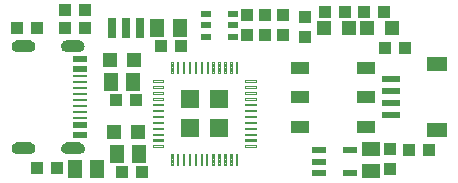
<source format=gbr>
G04 EAGLE Gerber RS-274X export*
G75*
%MOMM*%
%FSLAX34Y34*%
%LPD*%
%INSolderpaste Top*%
%IPPOS*%
%AMOC8*
5,1,8,0,0,1.08239X$1,22.5*%
G01*
%ADD10C,0.115000*%
%ADD11R,1.500000X1.500000*%
%ADD12R,0.700000X1.700000*%
%ADD13R,1.240000X1.500000*%
%ADD14R,1.000000X1.075000*%
%ADD15R,1.200000X1.300000*%
%ADD16R,1.075000X1.000000*%
%ADD17R,0.900000X0.600000*%
%ADD18R,1.200000X1.200000*%
%ADD19R,1.150000X0.575000*%
%ADD20R,1.150000X0.275000*%
%ADD21R,1.550000X0.600000*%
%ADD22R,1.800000X1.200000*%
%ADD23R,1.500000X1.240000*%
%ADD24R,1.200000X0.550000*%
%ADD25R,1.500000X1.000000*%

G36*
X66548Y152649D02*
X66548Y152649D01*
X66549Y152649D01*
X67622Y152770D01*
X67623Y152771D01*
X67624Y152770D01*
X68644Y153127D01*
X68644Y153128D01*
X68645Y153128D01*
X69560Y153703D01*
X69561Y153703D01*
X70325Y154468D01*
X70900Y155383D01*
X70900Y155384D01*
X70901Y155384D01*
X71258Y156404D01*
X71258Y156405D01*
X71257Y156405D01*
X71258Y156406D01*
X71258Y156410D01*
X71259Y156415D01*
X71260Y156420D01*
X71262Y156440D01*
X71262Y156444D01*
X71262Y156445D01*
X71263Y156449D01*
X71263Y156450D01*
X71263Y156454D01*
X71264Y156459D01*
X71265Y156464D01*
X71265Y156469D01*
X71266Y156474D01*
X71266Y156479D01*
X71268Y156499D01*
X71269Y156499D01*
X71269Y156504D01*
X71270Y156509D01*
X71270Y156514D01*
X71271Y156519D01*
X71271Y156524D01*
X71272Y156529D01*
X71272Y156534D01*
X71273Y156539D01*
X71275Y156559D01*
X71276Y156564D01*
X71276Y156569D01*
X71277Y156574D01*
X71277Y156579D01*
X71278Y156584D01*
X71279Y156589D01*
X71279Y156594D01*
X71282Y156618D01*
X71282Y156623D01*
X71283Y156623D01*
X71282Y156623D01*
X71283Y156628D01*
X71284Y156633D01*
X71284Y156638D01*
X71285Y156643D01*
X71285Y156648D01*
X71286Y156653D01*
X71289Y156678D01*
X71289Y156683D01*
X71290Y156688D01*
X71290Y156693D01*
X71291Y156698D01*
X71291Y156703D01*
X71292Y156708D01*
X71293Y156713D01*
X71295Y156733D01*
X71295Y156738D01*
X71296Y156743D01*
X71296Y156748D01*
X71297Y156748D01*
X71296Y156748D01*
X71297Y156753D01*
X71298Y156758D01*
X71298Y156762D01*
X71298Y156763D01*
X71299Y156767D01*
X71299Y156768D01*
X71299Y156772D01*
X71302Y156792D01*
X71302Y156797D01*
X71303Y156802D01*
X71303Y156807D01*
X71304Y156812D01*
X71304Y156817D01*
X71305Y156822D01*
X71305Y156827D01*
X71306Y156832D01*
X71308Y156852D01*
X71309Y156857D01*
X71309Y156862D01*
X71310Y156867D01*
X71310Y156872D01*
X71311Y156872D01*
X71310Y156872D01*
X71311Y156877D01*
X71312Y156882D01*
X71312Y156887D01*
X71313Y156892D01*
X71315Y156912D01*
X71316Y156917D01*
X71316Y156921D01*
X71316Y156922D01*
X71317Y156926D01*
X71317Y156927D01*
X71317Y156931D01*
X71318Y156936D01*
X71318Y156941D01*
X71319Y156946D01*
X71322Y156971D01*
X71322Y156976D01*
X71323Y156981D01*
X71323Y156986D01*
X71324Y156991D01*
X71324Y156996D01*
X71325Y156996D01*
X71324Y156996D01*
X71325Y157001D01*
X71326Y157006D01*
X71328Y157031D01*
X71329Y157036D01*
X71330Y157041D01*
X71330Y157046D01*
X71331Y157051D01*
X71331Y157056D01*
X71332Y157061D01*
X71332Y157066D01*
X71335Y157085D01*
X71335Y157086D01*
X71335Y157090D01*
X71336Y157095D01*
X71336Y157100D01*
X71337Y157105D01*
X71337Y157110D01*
X71338Y157115D01*
X71338Y157120D01*
X71339Y157120D01*
X71338Y157120D01*
X71339Y157125D01*
X71341Y157145D01*
X71342Y157150D01*
X71342Y157155D01*
X71343Y157160D01*
X71344Y157165D01*
X71344Y157170D01*
X71345Y157175D01*
X71345Y157180D01*
X71346Y157185D01*
X71348Y157205D01*
X71349Y157210D01*
X71349Y157215D01*
X71350Y157220D01*
X71350Y157225D01*
X71351Y157230D01*
X71351Y157235D01*
X71352Y157239D01*
X71352Y157240D01*
X71352Y157244D01*
X71353Y157244D01*
X71352Y157245D01*
X71355Y157264D01*
X71355Y157269D01*
X71356Y157274D01*
X71356Y157279D01*
X71357Y157284D01*
X71358Y157289D01*
X71358Y157294D01*
X71359Y157299D01*
X71361Y157324D01*
X71362Y157329D01*
X71363Y157334D01*
X71363Y157339D01*
X71364Y157344D01*
X71364Y157349D01*
X71365Y157354D01*
X71365Y157359D01*
X71368Y157384D01*
X71369Y157389D01*
X71369Y157394D01*
X71370Y157398D01*
X71370Y157399D01*
X71370Y157403D01*
X71370Y157404D01*
X71371Y157408D01*
X71372Y157413D01*
X71372Y157418D01*
X71374Y157438D01*
X71375Y157443D01*
X71375Y157448D01*
X71376Y157453D01*
X71377Y157458D01*
X71377Y157463D01*
X71378Y157468D01*
X71378Y157473D01*
X71379Y157478D01*
X71379Y157479D01*
X71379Y157480D01*
X71379Y157481D01*
X71252Y158611D01*
X71251Y158611D01*
X71251Y158612D01*
X70876Y159686D01*
X70875Y159686D01*
X70875Y159687D01*
X70270Y160650D01*
X70269Y160650D01*
X70269Y160651D01*
X69465Y161455D01*
X69464Y161455D01*
X69464Y161456D01*
X68501Y162061D01*
X68500Y162061D01*
X68500Y162062D01*
X67426Y162437D01*
X67425Y162437D01*
X67425Y162438D01*
X66295Y162565D01*
X66294Y162565D01*
X56642Y162565D01*
X56641Y162565D01*
X56392Y162537D01*
X56348Y162532D01*
X56304Y162527D01*
X56260Y162522D01*
X55731Y162462D01*
X55687Y162457D01*
X55643Y162452D01*
X55642Y162452D01*
X55598Y162447D01*
X55511Y162438D01*
X55511Y162437D01*
X55510Y162437D01*
X54436Y162062D01*
X54436Y162061D01*
X54435Y162061D01*
X53472Y161456D01*
X53472Y161455D01*
X53471Y161455D01*
X52667Y160651D01*
X52667Y160650D01*
X52666Y160650D01*
X52061Y159687D01*
X52061Y159686D01*
X52060Y159686D01*
X51685Y158612D01*
X51685Y158611D01*
X51684Y158611D01*
X51682Y158592D01*
X51682Y158587D01*
X51681Y158582D01*
X51681Y158577D01*
X51680Y158572D01*
X51680Y158567D01*
X51679Y158562D01*
X51678Y158558D01*
X51678Y158557D01*
X51678Y158553D01*
X51678Y158552D01*
X51676Y158533D01*
X51675Y158528D01*
X51675Y158523D01*
X51674Y158523D01*
X51675Y158523D01*
X51674Y158518D01*
X51673Y158513D01*
X51673Y158508D01*
X51672Y158503D01*
X51672Y158498D01*
X51671Y158493D01*
X51669Y158473D01*
X51668Y158468D01*
X51668Y158463D01*
X51667Y158458D01*
X51667Y158453D01*
X51666Y158448D01*
X51666Y158443D01*
X51665Y158438D01*
X51664Y158433D01*
X51662Y158413D01*
X51662Y158408D01*
X51661Y158403D01*
X51661Y158399D01*
X51660Y158398D01*
X51661Y158398D01*
X51660Y158394D01*
X51660Y158393D01*
X51659Y158389D01*
X51659Y158384D01*
X51658Y158379D01*
X51658Y158374D01*
X51655Y158354D01*
X51655Y158349D01*
X51654Y158344D01*
X51654Y158339D01*
X51653Y158334D01*
X51653Y158329D01*
X51652Y158324D01*
X51652Y158319D01*
X51651Y158314D01*
X51649Y158294D01*
X51648Y158289D01*
X51648Y158284D01*
X51647Y158279D01*
X51647Y158274D01*
X51646Y158274D01*
X51647Y158274D01*
X51646Y158269D01*
X51645Y158264D01*
X51645Y158259D01*
X51644Y158254D01*
X51642Y158235D01*
X51642Y158234D01*
X51641Y158230D01*
X51641Y158225D01*
X51640Y158220D01*
X51640Y158215D01*
X51639Y158210D01*
X51639Y158205D01*
X51638Y158200D01*
X51638Y158195D01*
X51635Y158175D01*
X51635Y158170D01*
X51634Y158165D01*
X51634Y158160D01*
X51633Y158155D01*
X51633Y158150D01*
X51632Y158150D01*
X51633Y158150D01*
X51632Y158145D01*
X51631Y158140D01*
X51631Y158135D01*
X51629Y158115D01*
X51628Y158110D01*
X51627Y158105D01*
X51627Y158100D01*
X51626Y158095D01*
X51626Y158090D01*
X51625Y158085D01*
X51625Y158081D01*
X51625Y158080D01*
X51624Y158076D01*
X51624Y158075D01*
X51622Y158056D01*
X51621Y158051D01*
X51621Y158046D01*
X51620Y158041D01*
X51620Y158036D01*
X51619Y158031D01*
X51619Y158026D01*
X51618Y158026D01*
X51619Y158026D01*
X51618Y158021D01*
X51617Y158016D01*
X51615Y157996D01*
X51615Y157991D01*
X51614Y157986D01*
X51613Y157981D01*
X51613Y157976D01*
X51612Y157971D01*
X51612Y157966D01*
X51611Y157961D01*
X51608Y157936D01*
X51608Y157931D01*
X51607Y157926D01*
X51607Y157922D01*
X51607Y157921D01*
X51606Y157917D01*
X51606Y157916D01*
X51606Y157912D01*
X51605Y157907D01*
X51605Y157902D01*
X51604Y157902D01*
X51605Y157902D01*
X51602Y157877D01*
X51601Y157872D01*
X51601Y157867D01*
X51600Y157862D01*
X51599Y157857D01*
X51599Y157852D01*
X51598Y157847D01*
X51598Y157842D01*
X51595Y157817D01*
X51594Y157812D01*
X51594Y157807D01*
X51593Y157802D01*
X51593Y157797D01*
X51592Y157792D01*
X51592Y157787D01*
X51591Y157782D01*
X51588Y157758D01*
X51588Y157757D01*
X51588Y157753D01*
X51587Y157748D01*
X51587Y157743D01*
X51586Y157738D01*
X51585Y157733D01*
X51585Y157728D01*
X51584Y157723D01*
X51582Y157698D01*
X51581Y157693D01*
X51580Y157688D01*
X51580Y157683D01*
X51579Y157678D01*
X51579Y157673D01*
X51578Y157668D01*
X51578Y157663D01*
X51575Y157643D01*
X51575Y157638D01*
X51574Y157633D01*
X51574Y157628D01*
X51573Y157623D01*
X51573Y157618D01*
X51572Y157613D01*
X51571Y157608D01*
X51571Y157604D01*
X51571Y157603D01*
X51569Y157584D01*
X51568Y157579D01*
X51568Y157574D01*
X51567Y157569D01*
X51566Y157564D01*
X51566Y157559D01*
X51565Y157554D01*
X51565Y157549D01*
X51564Y157544D01*
X51562Y157524D01*
X51561Y157519D01*
X51561Y157514D01*
X51560Y157509D01*
X51560Y157504D01*
X51559Y157499D01*
X51559Y157494D01*
X51558Y157489D01*
X51557Y157484D01*
X51557Y157481D01*
X51558Y157480D01*
X51557Y157479D01*
X51678Y156406D01*
X51679Y156405D01*
X51678Y156404D01*
X52035Y155384D01*
X52036Y155384D01*
X52036Y155383D01*
X52611Y154468D01*
X53376Y153703D01*
X54291Y153128D01*
X54292Y153128D01*
X54292Y153127D01*
X55312Y152770D01*
X55313Y152771D01*
X55314Y152770D01*
X56387Y152649D01*
X56388Y152649D01*
X66548Y152649D01*
X66548Y152649D01*
G37*
G36*
X24765Y152522D02*
X24765Y152522D01*
X24766Y152522D01*
X25839Y152643D01*
X25840Y152644D01*
X25841Y152643D01*
X26861Y153000D01*
X26861Y153001D01*
X26862Y153001D01*
X27777Y153576D01*
X27778Y153576D01*
X28542Y154341D01*
X29117Y155256D01*
X29117Y155257D01*
X29118Y155257D01*
X29475Y156277D01*
X29475Y156278D01*
X29474Y156278D01*
X29475Y156279D01*
X29475Y156283D01*
X29476Y156288D01*
X29477Y156293D01*
X29479Y156313D01*
X29479Y156317D01*
X29479Y156318D01*
X29480Y156322D01*
X29480Y156323D01*
X29480Y156327D01*
X29481Y156332D01*
X29482Y156337D01*
X29482Y156342D01*
X29483Y156347D01*
X29483Y156352D01*
X29485Y156372D01*
X29486Y156372D01*
X29486Y156377D01*
X29487Y156382D01*
X29487Y156387D01*
X29488Y156392D01*
X29488Y156397D01*
X29489Y156402D01*
X29489Y156407D01*
X29490Y156412D01*
X29492Y156432D01*
X29493Y156437D01*
X29493Y156442D01*
X29494Y156447D01*
X29494Y156452D01*
X29495Y156457D01*
X29496Y156462D01*
X29496Y156467D01*
X29499Y156491D01*
X29499Y156496D01*
X29500Y156496D01*
X29499Y156496D01*
X29500Y156501D01*
X29501Y156506D01*
X29501Y156511D01*
X29502Y156516D01*
X29502Y156521D01*
X29503Y156526D01*
X29506Y156551D01*
X29506Y156556D01*
X29507Y156561D01*
X29507Y156566D01*
X29508Y156571D01*
X29508Y156576D01*
X29509Y156581D01*
X29510Y156586D01*
X29512Y156606D01*
X29512Y156611D01*
X29513Y156616D01*
X29513Y156621D01*
X29514Y156621D01*
X29513Y156621D01*
X29514Y156626D01*
X29515Y156631D01*
X29515Y156635D01*
X29515Y156636D01*
X29516Y156640D01*
X29516Y156641D01*
X29516Y156645D01*
X29519Y156665D01*
X29519Y156670D01*
X29520Y156675D01*
X29520Y156680D01*
X29521Y156685D01*
X29521Y156690D01*
X29522Y156695D01*
X29522Y156700D01*
X29523Y156705D01*
X29525Y156725D01*
X29526Y156730D01*
X29526Y156735D01*
X29527Y156740D01*
X29527Y156745D01*
X29528Y156745D01*
X29527Y156745D01*
X29528Y156750D01*
X29529Y156755D01*
X29529Y156760D01*
X29530Y156765D01*
X29532Y156785D01*
X29533Y156790D01*
X29533Y156794D01*
X29533Y156795D01*
X29534Y156799D01*
X29534Y156800D01*
X29534Y156804D01*
X29535Y156809D01*
X29535Y156814D01*
X29536Y156819D01*
X29539Y156844D01*
X29539Y156849D01*
X29540Y156854D01*
X29540Y156859D01*
X29541Y156864D01*
X29541Y156869D01*
X29542Y156869D01*
X29541Y156869D01*
X29542Y156874D01*
X29543Y156879D01*
X29545Y156904D01*
X29546Y156909D01*
X29547Y156914D01*
X29547Y156919D01*
X29548Y156924D01*
X29548Y156929D01*
X29549Y156934D01*
X29549Y156939D01*
X29552Y156958D01*
X29552Y156959D01*
X29552Y156963D01*
X29553Y156968D01*
X29553Y156973D01*
X29554Y156978D01*
X29554Y156983D01*
X29555Y156988D01*
X29555Y156993D01*
X29556Y156993D01*
X29555Y156993D01*
X29556Y156998D01*
X29558Y157018D01*
X29559Y157023D01*
X29559Y157028D01*
X29560Y157033D01*
X29561Y157038D01*
X29561Y157043D01*
X29562Y157048D01*
X29562Y157053D01*
X29563Y157058D01*
X29565Y157078D01*
X29566Y157083D01*
X29566Y157088D01*
X29567Y157093D01*
X29567Y157098D01*
X29568Y157103D01*
X29568Y157108D01*
X29569Y157112D01*
X29569Y157113D01*
X29569Y157117D01*
X29570Y157117D01*
X29569Y157118D01*
X29572Y157137D01*
X29572Y157142D01*
X29573Y157147D01*
X29573Y157152D01*
X29574Y157157D01*
X29575Y157162D01*
X29575Y157167D01*
X29576Y157172D01*
X29578Y157197D01*
X29579Y157202D01*
X29580Y157207D01*
X29580Y157212D01*
X29581Y157217D01*
X29581Y157222D01*
X29582Y157227D01*
X29582Y157232D01*
X29585Y157257D01*
X29586Y157262D01*
X29586Y157267D01*
X29587Y157271D01*
X29587Y157272D01*
X29587Y157276D01*
X29587Y157277D01*
X29588Y157281D01*
X29589Y157286D01*
X29589Y157291D01*
X29591Y157311D01*
X29592Y157316D01*
X29592Y157321D01*
X29593Y157326D01*
X29594Y157331D01*
X29594Y157336D01*
X29595Y157341D01*
X29595Y157346D01*
X29596Y157351D01*
X29596Y157352D01*
X29596Y157353D01*
X29596Y157354D01*
X29469Y158484D01*
X29468Y158484D01*
X29468Y158485D01*
X29093Y159559D01*
X29092Y159559D01*
X29092Y159560D01*
X28487Y160523D01*
X28486Y160523D01*
X28486Y160524D01*
X27682Y161328D01*
X27681Y161328D01*
X27681Y161329D01*
X26718Y161934D01*
X26717Y161934D01*
X26717Y161935D01*
X25643Y162310D01*
X25642Y162310D01*
X25642Y162311D01*
X24512Y162438D01*
X24511Y162438D01*
X14859Y162438D01*
X14858Y162438D01*
X14609Y162410D01*
X14565Y162405D01*
X14521Y162400D01*
X14477Y162395D01*
X13948Y162335D01*
X13904Y162330D01*
X13860Y162325D01*
X13859Y162325D01*
X13815Y162320D01*
X13728Y162311D01*
X13728Y162310D01*
X13727Y162310D01*
X12653Y161935D01*
X12653Y161934D01*
X12652Y161934D01*
X11689Y161329D01*
X11689Y161328D01*
X11688Y161328D01*
X10884Y160524D01*
X10884Y160523D01*
X10883Y160523D01*
X10278Y159560D01*
X10278Y159559D01*
X10277Y159559D01*
X9902Y158485D01*
X9902Y158484D01*
X9901Y158484D01*
X9899Y158465D01*
X9899Y158460D01*
X9898Y158455D01*
X9898Y158450D01*
X9897Y158445D01*
X9897Y158440D01*
X9896Y158435D01*
X9895Y158431D01*
X9895Y158430D01*
X9895Y158426D01*
X9895Y158425D01*
X9893Y158406D01*
X9892Y158401D01*
X9892Y158396D01*
X9891Y158396D01*
X9892Y158396D01*
X9891Y158391D01*
X9890Y158386D01*
X9890Y158381D01*
X9889Y158376D01*
X9889Y158371D01*
X9888Y158366D01*
X9886Y158346D01*
X9885Y158341D01*
X9885Y158336D01*
X9884Y158331D01*
X9884Y158326D01*
X9883Y158321D01*
X9883Y158316D01*
X9882Y158311D01*
X9881Y158306D01*
X9879Y158286D01*
X9879Y158281D01*
X9878Y158276D01*
X9878Y158272D01*
X9877Y158271D01*
X9878Y158271D01*
X9877Y158267D01*
X9877Y158266D01*
X9876Y158262D01*
X9876Y158257D01*
X9875Y158252D01*
X9875Y158247D01*
X9872Y158227D01*
X9872Y158222D01*
X9871Y158217D01*
X9871Y158212D01*
X9870Y158207D01*
X9870Y158202D01*
X9869Y158197D01*
X9869Y158192D01*
X9868Y158187D01*
X9866Y158167D01*
X9865Y158162D01*
X9865Y158157D01*
X9864Y158152D01*
X9864Y158147D01*
X9863Y158147D01*
X9864Y158147D01*
X9863Y158142D01*
X9862Y158137D01*
X9862Y158132D01*
X9861Y158127D01*
X9859Y158108D01*
X9859Y158107D01*
X9858Y158103D01*
X9858Y158098D01*
X9857Y158093D01*
X9857Y158088D01*
X9856Y158083D01*
X9856Y158078D01*
X9855Y158073D01*
X9855Y158068D01*
X9852Y158048D01*
X9852Y158043D01*
X9851Y158038D01*
X9851Y158033D01*
X9850Y158028D01*
X9850Y158023D01*
X9849Y158023D01*
X9850Y158023D01*
X9849Y158018D01*
X9848Y158013D01*
X9848Y158008D01*
X9846Y157988D01*
X9845Y157983D01*
X9844Y157978D01*
X9844Y157973D01*
X9843Y157968D01*
X9843Y157963D01*
X9842Y157958D01*
X9842Y157954D01*
X9842Y157953D01*
X9841Y157949D01*
X9841Y157948D01*
X9839Y157929D01*
X9838Y157924D01*
X9838Y157919D01*
X9837Y157914D01*
X9837Y157909D01*
X9836Y157904D01*
X9836Y157899D01*
X9835Y157899D01*
X9836Y157899D01*
X9835Y157894D01*
X9834Y157889D01*
X9832Y157869D01*
X9832Y157864D01*
X9831Y157859D01*
X9830Y157854D01*
X9830Y157849D01*
X9829Y157844D01*
X9829Y157839D01*
X9828Y157834D01*
X9825Y157809D01*
X9825Y157804D01*
X9824Y157799D01*
X9824Y157795D01*
X9824Y157794D01*
X9823Y157790D01*
X9823Y157789D01*
X9823Y157785D01*
X9822Y157780D01*
X9822Y157775D01*
X9821Y157775D01*
X9822Y157775D01*
X9819Y157750D01*
X9818Y157745D01*
X9818Y157740D01*
X9817Y157735D01*
X9816Y157730D01*
X9816Y157725D01*
X9815Y157720D01*
X9815Y157715D01*
X9812Y157690D01*
X9811Y157685D01*
X9811Y157680D01*
X9810Y157675D01*
X9810Y157670D01*
X9809Y157665D01*
X9809Y157660D01*
X9808Y157655D01*
X9805Y157631D01*
X9805Y157630D01*
X9805Y157626D01*
X9804Y157621D01*
X9804Y157616D01*
X9803Y157611D01*
X9802Y157606D01*
X9802Y157601D01*
X9801Y157596D01*
X9799Y157571D01*
X9798Y157566D01*
X9797Y157561D01*
X9797Y157556D01*
X9796Y157551D01*
X9796Y157546D01*
X9795Y157541D01*
X9795Y157536D01*
X9792Y157516D01*
X9792Y157511D01*
X9791Y157506D01*
X9791Y157501D01*
X9790Y157496D01*
X9790Y157491D01*
X9789Y157486D01*
X9788Y157481D01*
X9788Y157477D01*
X9788Y157476D01*
X9786Y157457D01*
X9785Y157452D01*
X9785Y157447D01*
X9784Y157442D01*
X9783Y157437D01*
X9783Y157432D01*
X9782Y157427D01*
X9782Y157422D01*
X9781Y157417D01*
X9779Y157397D01*
X9778Y157392D01*
X9778Y157387D01*
X9777Y157382D01*
X9777Y157377D01*
X9776Y157372D01*
X9776Y157367D01*
X9775Y157362D01*
X9774Y157357D01*
X9774Y157354D01*
X9775Y157353D01*
X9774Y157352D01*
X9895Y156279D01*
X9896Y156278D01*
X9895Y156277D01*
X10252Y155257D01*
X10253Y155257D01*
X10253Y155256D01*
X10828Y154341D01*
X11593Y153576D01*
X12508Y153001D01*
X12509Y153001D01*
X12509Y153000D01*
X13529Y152643D01*
X13530Y152644D01*
X13531Y152643D01*
X14604Y152522D01*
X14605Y152522D01*
X24765Y152522D01*
X24765Y152522D01*
G37*
G36*
X66675Y66162D02*
X66675Y66162D01*
X66676Y66162D01*
X67749Y66283D01*
X67750Y66284D01*
X67751Y66283D01*
X68771Y66640D01*
X68771Y66641D01*
X68772Y66641D01*
X69687Y67216D01*
X69688Y67216D01*
X70452Y67981D01*
X71027Y68896D01*
X71027Y68897D01*
X71028Y68897D01*
X71385Y69917D01*
X71385Y69918D01*
X71384Y69918D01*
X71385Y69919D01*
X71385Y69923D01*
X71386Y69928D01*
X71387Y69933D01*
X71389Y69953D01*
X71389Y69957D01*
X71389Y69958D01*
X71390Y69962D01*
X71390Y69963D01*
X71390Y69967D01*
X71391Y69972D01*
X71392Y69977D01*
X71392Y69982D01*
X71393Y69987D01*
X71393Y69992D01*
X71395Y70012D01*
X71396Y70012D01*
X71396Y70017D01*
X71397Y70022D01*
X71397Y70027D01*
X71398Y70032D01*
X71398Y70037D01*
X71399Y70042D01*
X71399Y70047D01*
X71400Y70052D01*
X71402Y70072D01*
X71403Y70077D01*
X71403Y70082D01*
X71404Y70087D01*
X71404Y70092D01*
X71405Y70097D01*
X71406Y70102D01*
X71406Y70107D01*
X71409Y70131D01*
X71409Y70136D01*
X71410Y70136D01*
X71409Y70136D01*
X71410Y70141D01*
X71411Y70146D01*
X71411Y70151D01*
X71412Y70156D01*
X71412Y70161D01*
X71413Y70166D01*
X71416Y70191D01*
X71416Y70196D01*
X71417Y70201D01*
X71417Y70206D01*
X71418Y70211D01*
X71418Y70216D01*
X71419Y70221D01*
X71420Y70226D01*
X71422Y70246D01*
X71422Y70251D01*
X71423Y70256D01*
X71423Y70261D01*
X71424Y70261D01*
X71423Y70261D01*
X71424Y70266D01*
X71425Y70271D01*
X71425Y70275D01*
X71425Y70276D01*
X71426Y70280D01*
X71426Y70281D01*
X71426Y70285D01*
X71429Y70305D01*
X71429Y70310D01*
X71430Y70315D01*
X71430Y70320D01*
X71431Y70325D01*
X71431Y70330D01*
X71432Y70335D01*
X71432Y70340D01*
X71433Y70345D01*
X71435Y70365D01*
X71436Y70370D01*
X71436Y70375D01*
X71437Y70380D01*
X71437Y70385D01*
X71438Y70385D01*
X71437Y70385D01*
X71438Y70390D01*
X71439Y70395D01*
X71439Y70400D01*
X71440Y70405D01*
X71442Y70425D01*
X71443Y70430D01*
X71443Y70434D01*
X71443Y70435D01*
X71444Y70439D01*
X71444Y70440D01*
X71444Y70444D01*
X71445Y70449D01*
X71445Y70454D01*
X71446Y70459D01*
X71449Y70484D01*
X71449Y70489D01*
X71450Y70494D01*
X71450Y70499D01*
X71451Y70504D01*
X71451Y70509D01*
X71452Y70509D01*
X71451Y70509D01*
X71452Y70514D01*
X71453Y70519D01*
X71455Y70544D01*
X71456Y70549D01*
X71457Y70554D01*
X71457Y70559D01*
X71458Y70564D01*
X71458Y70569D01*
X71459Y70574D01*
X71459Y70579D01*
X71462Y70598D01*
X71462Y70599D01*
X71462Y70603D01*
X71463Y70608D01*
X71463Y70613D01*
X71464Y70618D01*
X71464Y70623D01*
X71465Y70628D01*
X71465Y70633D01*
X71466Y70633D01*
X71465Y70633D01*
X71466Y70638D01*
X71468Y70658D01*
X71469Y70663D01*
X71469Y70668D01*
X71470Y70673D01*
X71471Y70678D01*
X71471Y70683D01*
X71472Y70688D01*
X71472Y70693D01*
X71473Y70698D01*
X71475Y70718D01*
X71476Y70723D01*
X71476Y70728D01*
X71477Y70733D01*
X71477Y70738D01*
X71478Y70743D01*
X71478Y70748D01*
X71479Y70752D01*
X71479Y70753D01*
X71479Y70757D01*
X71480Y70757D01*
X71479Y70758D01*
X71482Y70777D01*
X71482Y70782D01*
X71483Y70787D01*
X71483Y70792D01*
X71484Y70797D01*
X71485Y70802D01*
X71485Y70807D01*
X71486Y70812D01*
X71488Y70837D01*
X71489Y70842D01*
X71490Y70847D01*
X71490Y70852D01*
X71491Y70857D01*
X71491Y70862D01*
X71492Y70867D01*
X71492Y70872D01*
X71495Y70897D01*
X71496Y70902D01*
X71496Y70907D01*
X71497Y70911D01*
X71497Y70912D01*
X71497Y70916D01*
X71497Y70917D01*
X71498Y70921D01*
X71499Y70926D01*
X71499Y70931D01*
X71501Y70951D01*
X71502Y70956D01*
X71502Y70961D01*
X71503Y70966D01*
X71504Y70971D01*
X71504Y70976D01*
X71505Y70981D01*
X71505Y70986D01*
X71506Y70991D01*
X71506Y70992D01*
X71506Y70993D01*
X71506Y70994D01*
X71379Y72124D01*
X71378Y72124D01*
X71378Y72125D01*
X71003Y73199D01*
X71002Y73199D01*
X71002Y73200D01*
X70397Y74163D01*
X70396Y74163D01*
X70396Y74164D01*
X69592Y74968D01*
X69591Y74968D01*
X69591Y74969D01*
X68628Y75574D01*
X68627Y75574D01*
X68627Y75575D01*
X67553Y75950D01*
X67552Y75950D01*
X67552Y75951D01*
X66422Y76078D01*
X66421Y76078D01*
X56769Y76078D01*
X56768Y76078D01*
X56519Y76050D01*
X56475Y76045D01*
X56431Y76040D01*
X56387Y76035D01*
X55858Y75975D01*
X55814Y75970D01*
X55770Y75965D01*
X55769Y75965D01*
X55725Y75960D01*
X55638Y75951D01*
X55638Y75950D01*
X55637Y75950D01*
X54563Y75575D01*
X54563Y75574D01*
X54562Y75574D01*
X53599Y74969D01*
X53599Y74968D01*
X53598Y74968D01*
X52794Y74164D01*
X52794Y74163D01*
X52793Y74163D01*
X52188Y73200D01*
X52188Y73199D01*
X52187Y73199D01*
X51812Y72125D01*
X51812Y72124D01*
X51811Y72124D01*
X51809Y72105D01*
X51809Y72100D01*
X51808Y72095D01*
X51808Y72090D01*
X51807Y72085D01*
X51807Y72080D01*
X51806Y72075D01*
X51805Y72071D01*
X51805Y72070D01*
X51805Y72066D01*
X51805Y72065D01*
X51803Y72046D01*
X51802Y72041D01*
X51802Y72036D01*
X51801Y72036D01*
X51802Y72036D01*
X51801Y72031D01*
X51800Y72026D01*
X51800Y72021D01*
X51799Y72016D01*
X51799Y72011D01*
X51798Y72006D01*
X51796Y71986D01*
X51795Y71981D01*
X51795Y71976D01*
X51794Y71971D01*
X51794Y71966D01*
X51793Y71961D01*
X51793Y71956D01*
X51792Y71951D01*
X51791Y71946D01*
X51789Y71926D01*
X51789Y71921D01*
X51788Y71916D01*
X51788Y71912D01*
X51787Y71911D01*
X51788Y71911D01*
X51787Y71907D01*
X51787Y71906D01*
X51786Y71902D01*
X51786Y71897D01*
X51785Y71892D01*
X51785Y71887D01*
X51782Y71867D01*
X51782Y71862D01*
X51781Y71857D01*
X51781Y71852D01*
X51780Y71847D01*
X51780Y71842D01*
X51779Y71837D01*
X51779Y71832D01*
X51778Y71827D01*
X51776Y71807D01*
X51775Y71802D01*
X51775Y71797D01*
X51774Y71792D01*
X51774Y71787D01*
X51773Y71787D01*
X51774Y71787D01*
X51773Y71782D01*
X51772Y71777D01*
X51772Y71772D01*
X51771Y71767D01*
X51769Y71748D01*
X51769Y71747D01*
X51768Y71743D01*
X51768Y71738D01*
X51767Y71733D01*
X51767Y71728D01*
X51766Y71723D01*
X51766Y71718D01*
X51765Y71713D01*
X51765Y71708D01*
X51762Y71688D01*
X51762Y71683D01*
X51761Y71678D01*
X51761Y71673D01*
X51760Y71668D01*
X51760Y71663D01*
X51759Y71663D01*
X51760Y71663D01*
X51759Y71658D01*
X51758Y71653D01*
X51758Y71648D01*
X51756Y71628D01*
X51755Y71623D01*
X51754Y71618D01*
X51754Y71613D01*
X51753Y71608D01*
X51753Y71603D01*
X51752Y71598D01*
X51752Y71594D01*
X51752Y71593D01*
X51751Y71589D01*
X51751Y71588D01*
X51749Y71569D01*
X51748Y71564D01*
X51748Y71559D01*
X51747Y71554D01*
X51747Y71549D01*
X51746Y71544D01*
X51746Y71539D01*
X51745Y71539D01*
X51746Y71539D01*
X51745Y71534D01*
X51744Y71529D01*
X51742Y71509D01*
X51742Y71504D01*
X51741Y71499D01*
X51740Y71494D01*
X51740Y71489D01*
X51739Y71484D01*
X51739Y71479D01*
X51738Y71474D01*
X51735Y71449D01*
X51735Y71444D01*
X51734Y71439D01*
X51734Y71435D01*
X51734Y71434D01*
X51733Y71430D01*
X51733Y71429D01*
X51733Y71425D01*
X51732Y71420D01*
X51732Y71415D01*
X51731Y71415D01*
X51732Y71415D01*
X51729Y71390D01*
X51728Y71385D01*
X51728Y71380D01*
X51727Y71375D01*
X51726Y71370D01*
X51726Y71365D01*
X51725Y71360D01*
X51725Y71355D01*
X51722Y71330D01*
X51721Y71325D01*
X51721Y71320D01*
X51720Y71315D01*
X51720Y71310D01*
X51719Y71305D01*
X51719Y71300D01*
X51718Y71295D01*
X51715Y71271D01*
X51715Y71270D01*
X51715Y71266D01*
X51714Y71261D01*
X51714Y71256D01*
X51713Y71251D01*
X51712Y71246D01*
X51712Y71241D01*
X51711Y71236D01*
X51709Y71211D01*
X51708Y71206D01*
X51707Y71201D01*
X51707Y71196D01*
X51706Y71191D01*
X51706Y71186D01*
X51705Y71181D01*
X51705Y71176D01*
X51702Y71156D01*
X51702Y71151D01*
X51701Y71146D01*
X51701Y71141D01*
X51700Y71136D01*
X51700Y71131D01*
X51699Y71126D01*
X51698Y71121D01*
X51698Y71117D01*
X51698Y71116D01*
X51696Y71097D01*
X51695Y71092D01*
X51695Y71087D01*
X51694Y71082D01*
X51693Y71077D01*
X51693Y71072D01*
X51692Y71067D01*
X51692Y71062D01*
X51691Y71057D01*
X51689Y71037D01*
X51688Y71032D01*
X51688Y71027D01*
X51687Y71022D01*
X51687Y71017D01*
X51686Y71012D01*
X51686Y71007D01*
X51685Y71002D01*
X51684Y70997D01*
X51684Y70994D01*
X51685Y70993D01*
X51684Y70992D01*
X51805Y69919D01*
X51806Y69918D01*
X51805Y69917D01*
X52162Y68897D01*
X52163Y68897D01*
X52163Y68896D01*
X52738Y67981D01*
X53503Y67216D01*
X54418Y66641D01*
X54419Y66641D01*
X54419Y66640D01*
X55439Y66283D01*
X55440Y66284D01*
X55441Y66283D01*
X56514Y66162D01*
X56515Y66162D01*
X66675Y66162D01*
X66675Y66162D01*
G37*
G36*
X24765Y66162D02*
X24765Y66162D01*
X24766Y66162D01*
X25839Y66283D01*
X25840Y66284D01*
X25841Y66283D01*
X26861Y66640D01*
X26861Y66641D01*
X26862Y66641D01*
X27777Y67216D01*
X27778Y67216D01*
X28542Y67981D01*
X29117Y68896D01*
X29117Y68897D01*
X29118Y68897D01*
X29475Y69917D01*
X29475Y69918D01*
X29474Y69918D01*
X29475Y69919D01*
X29475Y69923D01*
X29476Y69928D01*
X29477Y69933D01*
X29479Y69953D01*
X29479Y69957D01*
X29479Y69958D01*
X29480Y69962D01*
X29480Y69963D01*
X29480Y69967D01*
X29481Y69972D01*
X29482Y69977D01*
X29482Y69982D01*
X29483Y69987D01*
X29483Y69992D01*
X29485Y70012D01*
X29486Y70012D01*
X29486Y70017D01*
X29487Y70022D01*
X29487Y70027D01*
X29488Y70032D01*
X29488Y70037D01*
X29489Y70042D01*
X29489Y70047D01*
X29490Y70052D01*
X29492Y70072D01*
X29493Y70077D01*
X29493Y70082D01*
X29494Y70087D01*
X29494Y70092D01*
X29495Y70097D01*
X29496Y70102D01*
X29496Y70107D01*
X29499Y70131D01*
X29499Y70136D01*
X29500Y70136D01*
X29499Y70136D01*
X29500Y70141D01*
X29501Y70146D01*
X29501Y70151D01*
X29502Y70156D01*
X29502Y70161D01*
X29503Y70166D01*
X29506Y70191D01*
X29506Y70196D01*
X29507Y70201D01*
X29507Y70206D01*
X29508Y70211D01*
X29508Y70216D01*
X29509Y70221D01*
X29510Y70226D01*
X29512Y70246D01*
X29512Y70251D01*
X29513Y70256D01*
X29513Y70261D01*
X29514Y70261D01*
X29513Y70261D01*
X29514Y70266D01*
X29515Y70271D01*
X29515Y70275D01*
X29515Y70276D01*
X29516Y70280D01*
X29516Y70281D01*
X29516Y70285D01*
X29519Y70305D01*
X29519Y70310D01*
X29520Y70315D01*
X29520Y70320D01*
X29521Y70325D01*
X29521Y70330D01*
X29522Y70335D01*
X29522Y70340D01*
X29523Y70345D01*
X29525Y70365D01*
X29526Y70370D01*
X29526Y70375D01*
X29527Y70380D01*
X29527Y70385D01*
X29528Y70385D01*
X29527Y70385D01*
X29528Y70390D01*
X29529Y70395D01*
X29529Y70400D01*
X29530Y70405D01*
X29532Y70425D01*
X29533Y70430D01*
X29533Y70434D01*
X29533Y70435D01*
X29534Y70439D01*
X29534Y70440D01*
X29534Y70444D01*
X29535Y70449D01*
X29535Y70454D01*
X29536Y70459D01*
X29539Y70484D01*
X29539Y70489D01*
X29540Y70494D01*
X29540Y70499D01*
X29541Y70504D01*
X29541Y70509D01*
X29542Y70509D01*
X29541Y70509D01*
X29542Y70514D01*
X29543Y70519D01*
X29545Y70544D01*
X29546Y70549D01*
X29547Y70554D01*
X29547Y70559D01*
X29548Y70564D01*
X29548Y70569D01*
X29549Y70574D01*
X29549Y70579D01*
X29552Y70598D01*
X29552Y70599D01*
X29552Y70603D01*
X29553Y70608D01*
X29553Y70613D01*
X29554Y70618D01*
X29554Y70623D01*
X29555Y70628D01*
X29555Y70633D01*
X29556Y70633D01*
X29555Y70633D01*
X29556Y70638D01*
X29558Y70658D01*
X29559Y70663D01*
X29559Y70668D01*
X29560Y70673D01*
X29561Y70678D01*
X29561Y70683D01*
X29562Y70688D01*
X29562Y70693D01*
X29563Y70698D01*
X29565Y70718D01*
X29566Y70723D01*
X29566Y70728D01*
X29567Y70733D01*
X29567Y70738D01*
X29568Y70743D01*
X29568Y70748D01*
X29569Y70752D01*
X29569Y70753D01*
X29569Y70757D01*
X29570Y70757D01*
X29569Y70758D01*
X29572Y70777D01*
X29572Y70782D01*
X29573Y70787D01*
X29573Y70792D01*
X29574Y70797D01*
X29575Y70802D01*
X29575Y70807D01*
X29576Y70812D01*
X29578Y70837D01*
X29579Y70842D01*
X29580Y70847D01*
X29580Y70852D01*
X29581Y70857D01*
X29581Y70862D01*
X29582Y70867D01*
X29582Y70872D01*
X29585Y70897D01*
X29586Y70902D01*
X29586Y70907D01*
X29587Y70911D01*
X29587Y70912D01*
X29587Y70916D01*
X29587Y70917D01*
X29588Y70921D01*
X29589Y70926D01*
X29589Y70931D01*
X29591Y70951D01*
X29592Y70956D01*
X29592Y70961D01*
X29593Y70966D01*
X29594Y70971D01*
X29594Y70976D01*
X29595Y70981D01*
X29595Y70986D01*
X29596Y70991D01*
X29596Y70992D01*
X29596Y70993D01*
X29596Y70994D01*
X29469Y72124D01*
X29468Y72124D01*
X29468Y72125D01*
X29093Y73199D01*
X29092Y73199D01*
X29092Y73200D01*
X28487Y74163D01*
X28486Y74163D01*
X28486Y74164D01*
X27682Y74968D01*
X27681Y74968D01*
X27681Y74969D01*
X26718Y75574D01*
X26717Y75574D01*
X26717Y75575D01*
X25643Y75950D01*
X25642Y75950D01*
X25642Y75951D01*
X24512Y76078D01*
X24511Y76078D01*
X14859Y76078D01*
X14858Y76078D01*
X14609Y76050D01*
X14565Y76045D01*
X14521Y76040D01*
X14477Y76035D01*
X13948Y75975D01*
X13904Y75970D01*
X13860Y75965D01*
X13859Y75965D01*
X13815Y75960D01*
X13728Y75951D01*
X13728Y75950D01*
X13727Y75950D01*
X12653Y75575D01*
X12653Y75574D01*
X12652Y75574D01*
X11689Y74969D01*
X11689Y74968D01*
X11688Y74968D01*
X10884Y74164D01*
X10884Y74163D01*
X10883Y74163D01*
X10278Y73200D01*
X10278Y73199D01*
X10277Y73199D01*
X9902Y72125D01*
X9902Y72124D01*
X9901Y72124D01*
X9899Y72105D01*
X9899Y72100D01*
X9898Y72095D01*
X9898Y72090D01*
X9897Y72085D01*
X9897Y72080D01*
X9896Y72075D01*
X9895Y72071D01*
X9895Y72070D01*
X9895Y72066D01*
X9895Y72065D01*
X9893Y72046D01*
X9892Y72041D01*
X9892Y72036D01*
X9891Y72036D01*
X9892Y72036D01*
X9891Y72031D01*
X9890Y72026D01*
X9890Y72021D01*
X9889Y72016D01*
X9889Y72011D01*
X9888Y72006D01*
X9886Y71986D01*
X9885Y71981D01*
X9885Y71976D01*
X9884Y71971D01*
X9884Y71966D01*
X9883Y71961D01*
X9883Y71956D01*
X9882Y71951D01*
X9881Y71946D01*
X9879Y71926D01*
X9879Y71921D01*
X9878Y71916D01*
X9878Y71912D01*
X9877Y71911D01*
X9878Y71911D01*
X9877Y71907D01*
X9877Y71906D01*
X9876Y71902D01*
X9876Y71897D01*
X9875Y71892D01*
X9875Y71887D01*
X9872Y71867D01*
X9872Y71862D01*
X9871Y71857D01*
X9871Y71852D01*
X9870Y71847D01*
X9870Y71842D01*
X9869Y71837D01*
X9869Y71832D01*
X9868Y71827D01*
X9866Y71807D01*
X9865Y71802D01*
X9865Y71797D01*
X9864Y71792D01*
X9864Y71787D01*
X9863Y71787D01*
X9864Y71787D01*
X9863Y71782D01*
X9862Y71777D01*
X9862Y71772D01*
X9861Y71767D01*
X9859Y71748D01*
X9859Y71747D01*
X9858Y71743D01*
X9858Y71738D01*
X9857Y71733D01*
X9857Y71728D01*
X9856Y71723D01*
X9856Y71718D01*
X9855Y71713D01*
X9855Y71708D01*
X9852Y71688D01*
X9852Y71683D01*
X9851Y71678D01*
X9851Y71673D01*
X9850Y71668D01*
X9850Y71663D01*
X9849Y71663D01*
X9850Y71663D01*
X9849Y71658D01*
X9848Y71653D01*
X9848Y71648D01*
X9846Y71628D01*
X9845Y71623D01*
X9844Y71618D01*
X9844Y71613D01*
X9843Y71608D01*
X9843Y71603D01*
X9842Y71598D01*
X9842Y71594D01*
X9842Y71593D01*
X9841Y71589D01*
X9841Y71588D01*
X9839Y71569D01*
X9838Y71564D01*
X9838Y71559D01*
X9837Y71554D01*
X9837Y71549D01*
X9836Y71544D01*
X9836Y71539D01*
X9835Y71539D01*
X9836Y71539D01*
X9835Y71534D01*
X9834Y71529D01*
X9832Y71509D01*
X9832Y71504D01*
X9831Y71499D01*
X9830Y71494D01*
X9830Y71489D01*
X9829Y71484D01*
X9829Y71479D01*
X9828Y71474D01*
X9825Y71449D01*
X9825Y71444D01*
X9824Y71439D01*
X9824Y71435D01*
X9824Y71434D01*
X9823Y71430D01*
X9823Y71429D01*
X9823Y71425D01*
X9822Y71420D01*
X9822Y71415D01*
X9821Y71415D01*
X9822Y71415D01*
X9819Y71390D01*
X9818Y71385D01*
X9818Y71380D01*
X9817Y71375D01*
X9816Y71370D01*
X9816Y71365D01*
X9815Y71360D01*
X9815Y71355D01*
X9812Y71330D01*
X9811Y71325D01*
X9811Y71320D01*
X9810Y71315D01*
X9810Y71310D01*
X9809Y71305D01*
X9809Y71300D01*
X9808Y71295D01*
X9805Y71271D01*
X9805Y71270D01*
X9805Y71266D01*
X9804Y71261D01*
X9804Y71256D01*
X9803Y71251D01*
X9802Y71246D01*
X9802Y71241D01*
X9801Y71236D01*
X9799Y71211D01*
X9798Y71206D01*
X9797Y71201D01*
X9797Y71196D01*
X9796Y71191D01*
X9796Y71186D01*
X9795Y71181D01*
X9795Y71176D01*
X9792Y71156D01*
X9792Y71151D01*
X9791Y71146D01*
X9791Y71141D01*
X9790Y71136D01*
X9790Y71131D01*
X9789Y71126D01*
X9788Y71121D01*
X9788Y71117D01*
X9788Y71116D01*
X9786Y71097D01*
X9785Y71092D01*
X9785Y71087D01*
X9784Y71082D01*
X9783Y71077D01*
X9783Y71072D01*
X9782Y71067D01*
X9782Y71062D01*
X9781Y71057D01*
X9779Y71037D01*
X9778Y71032D01*
X9778Y71027D01*
X9777Y71022D01*
X9777Y71017D01*
X9776Y71012D01*
X9776Y71007D01*
X9775Y71002D01*
X9774Y70997D01*
X9774Y70994D01*
X9775Y70993D01*
X9774Y70992D01*
X9895Y69919D01*
X9896Y69918D01*
X9895Y69917D01*
X10252Y68897D01*
X10253Y68897D01*
X10253Y68896D01*
X10828Y67981D01*
X11593Y67216D01*
X12508Y66641D01*
X12509Y66641D01*
X12509Y66640D01*
X13529Y66283D01*
X13530Y66284D01*
X13531Y66283D01*
X14604Y66162D01*
X14605Y66162D01*
X24765Y66162D01*
X24765Y66162D01*
G37*
D10*
X138145Y128405D02*
X138145Y127255D01*
X129295Y127255D01*
X129295Y128405D01*
X138145Y128405D01*
X138145Y128347D02*
X129295Y128347D01*
X138145Y123405D02*
X138145Y122255D01*
X129295Y122255D01*
X129295Y123405D01*
X138145Y123405D01*
X138145Y123347D02*
X129295Y123347D01*
X138145Y118405D02*
X138145Y117255D01*
X129295Y117255D01*
X129295Y118405D01*
X138145Y118405D01*
X138145Y118347D02*
X129295Y118347D01*
X138145Y113405D02*
X138145Y112255D01*
X129295Y112255D01*
X129295Y113405D01*
X138145Y113405D01*
X138145Y113347D02*
X129295Y113347D01*
X138145Y108405D02*
X138145Y107255D01*
X129295Y107255D01*
X129295Y108405D01*
X138145Y108405D01*
X138145Y108347D02*
X129295Y108347D01*
X138145Y103405D02*
X138145Y102255D01*
X129295Y102255D01*
X129295Y103405D01*
X138145Y103405D01*
X138145Y103347D02*
X129295Y103347D01*
X138145Y98405D02*
X138145Y97255D01*
X129295Y97255D01*
X129295Y98405D01*
X138145Y98405D01*
X138145Y98347D02*
X129295Y98347D01*
X138145Y93405D02*
X138145Y92255D01*
X129295Y92255D01*
X129295Y93405D01*
X138145Y93405D01*
X138145Y93347D02*
X129295Y93347D01*
X138145Y88405D02*
X138145Y87255D01*
X129295Y87255D01*
X129295Y88405D01*
X138145Y88405D01*
X138145Y88347D02*
X129295Y88347D01*
X138145Y83405D02*
X138145Y82255D01*
X129295Y82255D01*
X129295Y83405D01*
X138145Y83405D01*
X138145Y83347D02*
X129295Y83347D01*
X138145Y78405D02*
X138145Y77255D01*
X129295Y77255D01*
X129295Y78405D01*
X138145Y78405D01*
X138145Y78347D02*
X129295Y78347D01*
X138145Y73405D02*
X138145Y72255D01*
X129295Y72255D01*
X129295Y73405D01*
X138145Y73405D01*
X138145Y73347D02*
X129295Y73347D01*
X144645Y65755D02*
X145795Y65755D01*
X145795Y56905D01*
X144645Y56905D01*
X144645Y65755D01*
X144645Y57997D02*
X145795Y57997D01*
X145795Y59089D02*
X144645Y59089D01*
X144645Y60181D02*
X145795Y60181D01*
X145795Y61273D02*
X144645Y61273D01*
X144645Y62365D02*
X145795Y62365D01*
X145795Y63457D02*
X144645Y63457D01*
X144645Y64549D02*
X145795Y64549D01*
X145795Y65641D02*
X144645Y65641D01*
X149645Y65755D02*
X150795Y65755D01*
X150795Y56905D01*
X149645Y56905D01*
X149645Y65755D01*
X149645Y57997D02*
X150795Y57997D01*
X150795Y59089D02*
X149645Y59089D01*
X149645Y60181D02*
X150795Y60181D01*
X150795Y61273D02*
X149645Y61273D01*
X149645Y62365D02*
X150795Y62365D01*
X150795Y63457D02*
X149645Y63457D01*
X149645Y64549D02*
X150795Y64549D01*
X150795Y65641D02*
X149645Y65641D01*
X154645Y65755D02*
X155795Y65755D01*
X155795Y56905D01*
X154645Y56905D01*
X154645Y65755D01*
X154645Y57997D02*
X155795Y57997D01*
X155795Y59089D02*
X154645Y59089D01*
X154645Y60181D02*
X155795Y60181D01*
X155795Y61273D02*
X154645Y61273D01*
X154645Y62365D02*
X155795Y62365D01*
X155795Y63457D02*
X154645Y63457D01*
X154645Y64549D02*
X155795Y64549D01*
X155795Y65641D02*
X154645Y65641D01*
X159645Y65755D02*
X160795Y65755D01*
X160795Y56905D01*
X159645Y56905D01*
X159645Y65755D01*
X159645Y57997D02*
X160795Y57997D01*
X160795Y59089D02*
X159645Y59089D01*
X159645Y60181D02*
X160795Y60181D01*
X160795Y61273D02*
X159645Y61273D01*
X159645Y62365D02*
X160795Y62365D01*
X160795Y63457D02*
X159645Y63457D01*
X159645Y64549D02*
X160795Y64549D01*
X160795Y65641D02*
X159645Y65641D01*
X164645Y65755D02*
X165795Y65755D01*
X165795Y56905D01*
X164645Y56905D01*
X164645Y65755D01*
X164645Y57997D02*
X165795Y57997D01*
X165795Y59089D02*
X164645Y59089D01*
X164645Y60181D02*
X165795Y60181D01*
X165795Y61273D02*
X164645Y61273D01*
X164645Y62365D02*
X165795Y62365D01*
X165795Y63457D02*
X164645Y63457D01*
X164645Y64549D02*
X165795Y64549D01*
X165795Y65641D02*
X164645Y65641D01*
X169645Y65755D02*
X170795Y65755D01*
X170795Y56905D01*
X169645Y56905D01*
X169645Y65755D01*
X169645Y57997D02*
X170795Y57997D01*
X170795Y59089D02*
X169645Y59089D01*
X169645Y60181D02*
X170795Y60181D01*
X170795Y61273D02*
X169645Y61273D01*
X169645Y62365D02*
X170795Y62365D01*
X170795Y63457D02*
X169645Y63457D01*
X169645Y64549D02*
X170795Y64549D01*
X170795Y65641D02*
X169645Y65641D01*
X174145Y65755D02*
X175295Y65755D01*
X175295Y56905D01*
X174145Y56905D01*
X174145Y65755D01*
X174145Y57997D02*
X175295Y57997D01*
X175295Y59089D02*
X174145Y59089D01*
X174145Y60181D02*
X175295Y60181D01*
X175295Y61273D02*
X174145Y61273D01*
X174145Y62365D02*
X175295Y62365D01*
X175295Y63457D02*
X174145Y63457D01*
X174145Y64549D02*
X175295Y64549D01*
X175295Y65641D02*
X174145Y65641D01*
X179645Y65755D02*
X180795Y65755D01*
X180795Y56905D01*
X179645Y56905D01*
X179645Y65755D01*
X179645Y57997D02*
X180795Y57997D01*
X180795Y59089D02*
X179645Y59089D01*
X179645Y60181D02*
X180795Y60181D01*
X180795Y61273D02*
X179645Y61273D01*
X179645Y62365D02*
X180795Y62365D01*
X180795Y63457D02*
X179645Y63457D01*
X179645Y64549D02*
X180795Y64549D01*
X180795Y65641D02*
X179645Y65641D01*
X184645Y65755D02*
X185795Y65755D01*
X185795Y56905D01*
X184645Y56905D01*
X184645Y65755D01*
X184645Y57997D02*
X185795Y57997D01*
X185795Y59089D02*
X184645Y59089D01*
X184645Y60181D02*
X185795Y60181D01*
X185795Y61273D02*
X184645Y61273D01*
X184645Y62365D02*
X185795Y62365D01*
X185795Y63457D02*
X184645Y63457D01*
X184645Y64549D02*
X185795Y64549D01*
X185795Y65641D02*
X184645Y65641D01*
X189645Y65755D02*
X190795Y65755D01*
X190795Y56905D01*
X189645Y56905D01*
X189645Y65755D01*
X189645Y57997D02*
X190795Y57997D01*
X190795Y59089D02*
X189645Y59089D01*
X189645Y60181D02*
X190795Y60181D01*
X190795Y61273D02*
X189645Y61273D01*
X189645Y62365D02*
X190795Y62365D01*
X190795Y63457D02*
X189645Y63457D01*
X189645Y64549D02*
X190795Y64549D01*
X190795Y65641D02*
X189645Y65641D01*
X194645Y65755D02*
X195795Y65755D01*
X195795Y56905D01*
X194645Y56905D01*
X194645Y65755D01*
X194645Y57997D02*
X195795Y57997D01*
X195795Y59089D02*
X194645Y59089D01*
X194645Y60181D02*
X195795Y60181D01*
X195795Y61273D02*
X194645Y61273D01*
X194645Y62365D02*
X195795Y62365D01*
X195795Y63457D02*
X194645Y63457D01*
X194645Y64549D02*
X195795Y64549D01*
X195795Y65641D02*
X194645Y65641D01*
X199645Y65755D02*
X200795Y65755D01*
X200795Y56905D01*
X199645Y56905D01*
X199645Y65755D01*
X199645Y57997D02*
X200795Y57997D01*
X200795Y59089D02*
X199645Y59089D01*
X199645Y60181D02*
X200795Y60181D01*
X200795Y61273D02*
X199645Y61273D01*
X199645Y62365D02*
X200795Y62365D01*
X200795Y63457D02*
X199645Y63457D01*
X199645Y64549D02*
X200795Y64549D01*
X200795Y65641D02*
X199645Y65641D01*
X207295Y72255D02*
X207295Y73405D01*
X216145Y73405D01*
X216145Y72255D01*
X207295Y72255D01*
X207295Y73347D02*
X216145Y73347D01*
X207295Y77255D02*
X207295Y78405D01*
X216145Y78405D01*
X216145Y77255D01*
X207295Y77255D01*
X207295Y78347D02*
X216145Y78347D01*
X207295Y82255D02*
X207295Y83405D01*
X216145Y83405D01*
X216145Y82255D01*
X207295Y82255D01*
X207295Y83347D02*
X216145Y83347D01*
X207295Y87255D02*
X207295Y88405D01*
X216145Y88405D01*
X216145Y87255D01*
X207295Y87255D01*
X207295Y88347D02*
X216145Y88347D01*
X207295Y92255D02*
X207295Y93405D01*
X216145Y93405D01*
X216145Y92255D01*
X207295Y92255D01*
X207295Y93347D02*
X216145Y93347D01*
X207295Y97255D02*
X207295Y98405D01*
X216145Y98405D01*
X216145Y97255D01*
X207295Y97255D01*
X207295Y98347D02*
X216145Y98347D01*
X207295Y102255D02*
X207295Y103405D01*
X216145Y103405D01*
X216145Y102255D01*
X207295Y102255D01*
X207295Y103347D02*
X216145Y103347D01*
X207295Y107255D02*
X207295Y108405D01*
X216145Y108405D01*
X216145Y107255D01*
X207295Y107255D01*
X207295Y108347D02*
X216145Y108347D01*
X207295Y112255D02*
X207295Y113405D01*
X216145Y113405D01*
X216145Y112255D01*
X207295Y112255D01*
X207295Y113347D02*
X216145Y113347D01*
X207295Y117255D02*
X207295Y118405D01*
X216145Y118405D01*
X216145Y117255D01*
X207295Y117255D01*
X207295Y118347D02*
X216145Y118347D01*
X207295Y122255D02*
X207295Y123405D01*
X216145Y123405D01*
X216145Y122255D01*
X207295Y122255D01*
X207295Y123347D02*
X216145Y123347D01*
X207295Y127255D02*
X207295Y128405D01*
X216145Y128405D01*
X216145Y127255D01*
X207295Y127255D01*
X207295Y128347D02*
X216145Y128347D01*
X200795Y134905D02*
X199645Y134905D01*
X199645Y143755D01*
X200795Y143755D01*
X200795Y134905D01*
X200795Y135997D02*
X199645Y135997D01*
X199645Y137089D02*
X200795Y137089D01*
X200795Y138181D02*
X199645Y138181D01*
X199645Y139273D02*
X200795Y139273D01*
X200795Y140365D02*
X199645Y140365D01*
X199645Y141457D02*
X200795Y141457D01*
X200795Y142549D02*
X199645Y142549D01*
X199645Y143641D02*
X200795Y143641D01*
X195795Y134905D02*
X194645Y134905D01*
X194645Y143755D01*
X195795Y143755D01*
X195795Y134905D01*
X195795Y135997D02*
X194645Y135997D01*
X194645Y137089D02*
X195795Y137089D01*
X195795Y138181D02*
X194645Y138181D01*
X194645Y139273D02*
X195795Y139273D01*
X195795Y140365D02*
X194645Y140365D01*
X194645Y141457D02*
X195795Y141457D01*
X195795Y142549D02*
X194645Y142549D01*
X194645Y143641D02*
X195795Y143641D01*
X190795Y134905D02*
X189645Y134905D01*
X189645Y143755D01*
X190795Y143755D01*
X190795Y134905D01*
X190795Y135997D02*
X189645Y135997D01*
X189645Y137089D02*
X190795Y137089D01*
X190795Y138181D02*
X189645Y138181D01*
X189645Y139273D02*
X190795Y139273D01*
X190795Y140365D02*
X189645Y140365D01*
X189645Y141457D02*
X190795Y141457D01*
X190795Y142549D02*
X189645Y142549D01*
X189645Y143641D02*
X190795Y143641D01*
X185795Y134905D02*
X184645Y134905D01*
X184645Y143755D01*
X185795Y143755D01*
X185795Y134905D01*
X185795Y135997D02*
X184645Y135997D01*
X184645Y137089D02*
X185795Y137089D01*
X185795Y138181D02*
X184645Y138181D01*
X184645Y139273D02*
X185795Y139273D01*
X185795Y140365D02*
X184645Y140365D01*
X184645Y141457D02*
X185795Y141457D01*
X185795Y142549D02*
X184645Y142549D01*
X184645Y143641D02*
X185795Y143641D01*
X180795Y134905D02*
X179645Y134905D01*
X179645Y143755D01*
X180795Y143755D01*
X180795Y134905D01*
X180795Y135997D02*
X179645Y135997D01*
X179645Y137089D02*
X180795Y137089D01*
X180795Y138181D02*
X179645Y138181D01*
X179645Y139273D02*
X180795Y139273D01*
X180795Y140365D02*
X179645Y140365D01*
X179645Y141457D02*
X180795Y141457D01*
X180795Y142549D02*
X179645Y142549D01*
X179645Y143641D02*
X180795Y143641D01*
X175795Y134905D02*
X174645Y134905D01*
X174645Y143755D01*
X175795Y143755D01*
X175795Y134905D01*
X175795Y135997D02*
X174645Y135997D01*
X174645Y137089D02*
X175795Y137089D01*
X175795Y138181D02*
X174645Y138181D01*
X174645Y139273D02*
X175795Y139273D01*
X175795Y140365D02*
X174645Y140365D01*
X174645Y141457D02*
X175795Y141457D01*
X175795Y142549D02*
X174645Y142549D01*
X174645Y143641D02*
X175795Y143641D01*
X170795Y134905D02*
X169645Y134905D01*
X169645Y143755D01*
X170795Y143755D01*
X170795Y134905D01*
X170795Y135997D02*
X169645Y135997D01*
X169645Y137089D02*
X170795Y137089D01*
X170795Y138181D02*
X169645Y138181D01*
X169645Y139273D02*
X170795Y139273D01*
X170795Y140365D02*
X169645Y140365D01*
X169645Y141457D02*
X170795Y141457D01*
X170795Y142549D02*
X169645Y142549D01*
X169645Y143641D02*
X170795Y143641D01*
X165795Y134905D02*
X164645Y134905D01*
X164645Y143755D01*
X165795Y143755D01*
X165795Y134905D01*
X165795Y135997D02*
X164645Y135997D01*
X164645Y137089D02*
X165795Y137089D01*
X165795Y138181D02*
X164645Y138181D01*
X164645Y139273D02*
X165795Y139273D01*
X165795Y140365D02*
X164645Y140365D01*
X164645Y141457D02*
X165795Y141457D01*
X165795Y142549D02*
X164645Y142549D01*
X164645Y143641D02*
X165795Y143641D01*
X160795Y134905D02*
X159645Y134905D01*
X159645Y143755D01*
X160795Y143755D01*
X160795Y134905D01*
X160795Y135997D02*
X159645Y135997D01*
X159645Y137089D02*
X160795Y137089D01*
X160795Y138181D02*
X159645Y138181D01*
X159645Y139273D02*
X160795Y139273D01*
X160795Y140365D02*
X159645Y140365D01*
X159645Y141457D02*
X160795Y141457D01*
X160795Y142549D02*
X159645Y142549D01*
X159645Y143641D02*
X160795Y143641D01*
X155795Y134905D02*
X154645Y134905D01*
X154645Y143755D01*
X155795Y143755D01*
X155795Y134905D01*
X155795Y135997D02*
X154645Y135997D01*
X154645Y137089D02*
X155795Y137089D01*
X155795Y138181D02*
X154645Y138181D01*
X154645Y139273D02*
X155795Y139273D01*
X155795Y140365D02*
X154645Y140365D01*
X154645Y141457D02*
X155795Y141457D01*
X155795Y142549D02*
X154645Y142549D01*
X154645Y143641D02*
X155795Y143641D01*
X150795Y134905D02*
X149645Y134905D01*
X149645Y143755D01*
X150795Y143755D01*
X150795Y134905D01*
X150795Y135997D02*
X149645Y135997D01*
X149645Y137089D02*
X150795Y137089D01*
X150795Y138181D02*
X149645Y138181D01*
X149645Y139273D02*
X150795Y139273D01*
X150795Y140365D02*
X149645Y140365D01*
X149645Y141457D02*
X150795Y141457D01*
X150795Y142549D02*
X149645Y142549D01*
X149645Y143641D02*
X150795Y143641D01*
X145795Y134905D02*
X144645Y134905D01*
X144645Y143755D01*
X145795Y143755D01*
X145795Y134905D01*
X145795Y135997D02*
X144645Y135997D01*
X144645Y137089D02*
X145795Y137089D01*
X145795Y138181D02*
X144645Y138181D01*
X144645Y139273D02*
X145795Y139273D01*
X145795Y140365D02*
X144645Y140365D01*
X144645Y141457D02*
X145795Y141457D01*
X145795Y142549D02*
X144645Y142549D01*
X144645Y143641D02*
X145795Y143641D01*
D11*
X160220Y112830D03*
X185220Y112830D03*
X185220Y87830D03*
X160220Y87830D03*
D12*
X118680Y172720D03*
X106680Y172720D03*
X94680Y172720D03*
D13*
X81890Y53340D03*
X62890Y53340D03*
D14*
X239649Y167141D03*
X239649Y184141D03*
D15*
X113030Y146050D03*
X92710Y146050D03*
X96520Y85090D03*
X116840Y85090D03*
D13*
X112370Y127000D03*
X93370Y127000D03*
X117450Y66040D03*
X98450Y66040D03*
X151740Y172720D03*
X132740Y172720D03*
D16*
X153280Y157480D03*
X136280Y157480D03*
X120260Y50800D03*
X103260Y50800D03*
D14*
X258064Y165236D03*
X258064Y182236D03*
X224409Y167141D03*
X224409Y184141D03*
D16*
X115180Y111760D03*
X98180Y111760D03*
D17*
X196864Y165579D03*
X196864Y175079D03*
X196864Y184579D03*
X173864Y184579D03*
X173864Y175079D03*
X173864Y165579D03*
D18*
X273980Y172720D03*
X294980Y172720D03*
X310810Y172720D03*
X331810Y172720D03*
D16*
X274710Y186690D03*
X291710Y186690D03*
X307730Y186690D03*
X324730Y186690D03*
D14*
X209223Y184123D03*
X209223Y167123D03*
D16*
X72000Y172720D03*
X55000Y172720D03*
X55000Y187960D03*
X72000Y187960D03*
D19*
X67200Y146300D03*
X67200Y138300D03*
D20*
X67200Y131800D03*
X67200Y126800D03*
X67200Y121800D03*
X67200Y116800D03*
X67200Y111800D03*
X67200Y106800D03*
X67200Y101800D03*
X67200Y96800D03*
D19*
X67200Y90300D03*
X67200Y82300D03*
D16*
X47870Y54610D03*
X30870Y54610D03*
X14360Y172720D03*
X31360Y172720D03*
D21*
X330460Y109300D03*
X330460Y119300D03*
X330460Y99300D03*
X330460Y129300D03*
D22*
X369460Y86300D03*
X369460Y142300D03*
D14*
X330200Y70730D03*
X330200Y53730D03*
D23*
X313690Y70460D03*
X313690Y51460D03*
D24*
X270209Y69190D03*
X270209Y59690D03*
X270209Y50190D03*
X296211Y50190D03*
X296211Y69190D03*
D25*
X253940Y89300D03*
X253940Y114300D03*
X253940Y139300D03*
X309940Y139300D03*
X309940Y114300D03*
X309940Y89300D03*
D16*
X325510Y156210D03*
X342510Y156210D03*
X362830Y69850D03*
X345830Y69850D03*
M02*

</source>
